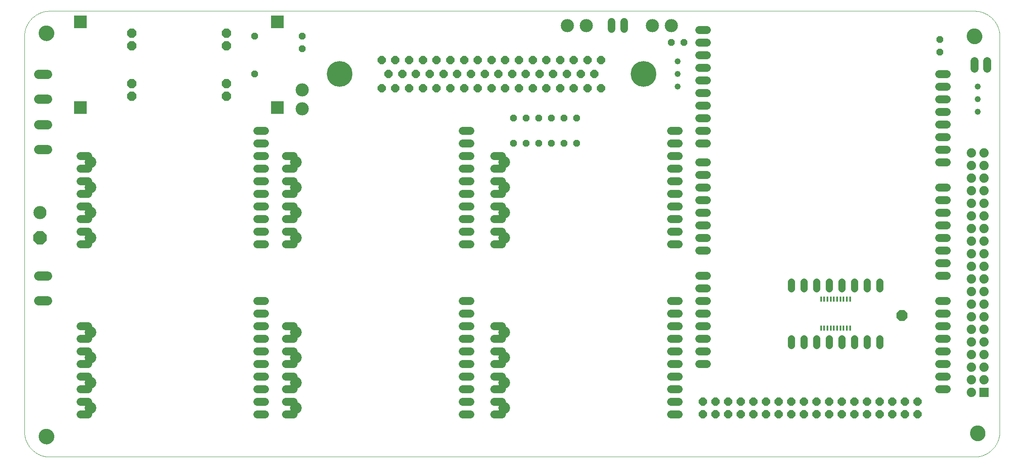
<source format=gbs>
G04 EAGLE Gerber RS-274X export*
G75*
%MOMM*%
%FSLAX34Y34*%
%LPD*%
%INBottom Soldermask*%
%IPPOS*%
%AMOC8*
5,1,8,0,0,1.08239X$1,22.5*%
G01*
%ADD10C,0.000000*%
%ADD11C,2.641600*%
%ADD12P,2.859241X8X292.500000*%
%ADD13P,1.539592X8X112.500000*%
%ADD14P,1.759533X8X202.500000*%
%ADD15C,5.181600*%
%ADD16C,1.892300*%
%ADD17C,1.625600*%
%ADD18P,1.759533X8X22.500000*%
%ADD19R,1.879600X1.879600*%
%ADD20C,1.879600*%
%ADD21R,0.406400X1.092200*%
%ADD22C,3.101600*%
%ADD23C,1.219200*%
%ADD24P,1.539592X8X292.500000*%
%ADD25C,1.422400*%
%ADD26C,2.654300*%
%ADD27P,2.034460X8X22.500000*%
%ADD28R,2.601600X2.601600*%
%ADD29C,2.351600*%
%ADD30P,1.539592X8X202.500000*%
%ADD31C,1.524000*%
%ADD32P,2.446851X8X22.500000*%


D10*
X51000Y760D02*
X1911350Y760D01*
X1912578Y775D01*
X1913804Y819D01*
X1915030Y893D01*
X1916253Y997D01*
X1917473Y1130D01*
X1918690Y1293D01*
X1919903Y1485D01*
X1921110Y1706D01*
X1922312Y1957D01*
X1923507Y2236D01*
X1924696Y2544D01*
X1925876Y2881D01*
X1927048Y3246D01*
X1928211Y3640D01*
X1929364Y4061D01*
X1930506Y4510D01*
X1931638Y4987D01*
X1932757Y5491D01*
X1933864Y6022D01*
X1934958Y6579D01*
X1936038Y7162D01*
X1937104Y7772D01*
X1938154Y8407D01*
X1939189Y9067D01*
X1940208Y9752D01*
X1941209Y10462D01*
X1942194Y11195D01*
X1943160Y11953D01*
X1944108Y12733D01*
X1945037Y13536D01*
X1945946Y14361D01*
X1946834Y15208D01*
X1947702Y16076D01*
X1948549Y16964D01*
X1949374Y17873D01*
X1950177Y18802D01*
X1950957Y19750D01*
X1951715Y20716D01*
X1952448Y21701D01*
X1953158Y22702D01*
X1953843Y23721D01*
X1954503Y24756D01*
X1955138Y25806D01*
X1955748Y26872D01*
X1956331Y27952D01*
X1956888Y29046D01*
X1957419Y30153D01*
X1957923Y31272D01*
X1958400Y32404D01*
X1958849Y33546D01*
X1959270Y34699D01*
X1959664Y35862D01*
X1960029Y37034D01*
X1960366Y38214D01*
X1960674Y39403D01*
X1960953Y40598D01*
X1961204Y41800D01*
X1961425Y43007D01*
X1961617Y44220D01*
X1961780Y45437D01*
X1961913Y46657D01*
X1962017Y47880D01*
X1962091Y49106D01*
X1962135Y50332D01*
X1962150Y51560D01*
X1962150Y848360D01*
X1962135Y849588D01*
X1962091Y850814D01*
X1962017Y852040D01*
X1961913Y853263D01*
X1961780Y854483D01*
X1961617Y855700D01*
X1961425Y856913D01*
X1961204Y858120D01*
X1960953Y859322D01*
X1960674Y860517D01*
X1960366Y861706D01*
X1960029Y862886D01*
X1959664Y864058D01*
X1959270Y865221D01*
X1958849Y866374D01*
X1958400Y867516D01*
X1957923Y868648D01*
X1957419Y869767D01*
X1956888Y870874D01*
X1956331Y871968D01*
X1955748Y873048D01*
X1955138Y874114D01*
X1954503Y875164D01*
X1953843Y876199D01*
X1953158Y877218D01*
X1952448Y878219D01*
X1951715Y879204D01*
X1950957Y880170D01*
X1950177Y881118D01*
X1949374Y882047D01*
X1948549Y882956D01*
X1947702Y883844D01*
X1946834Y884712D01*
X1945946Y885559D01*
X1945037Y886384D01*
X1944108Y887187D01*
X1943160Y887967D01*
X1942194Y888725D01*
X1941209Y889458D01*
X1940208Y890168D01*
X1939189Y890853D01*
X1938154Y891513D01*
X1937104Y892148D01*
X1936038Y892758D01*
X1934958Y893341D01*
X1933864Y893898D01*
X1932757Y894429D01*
X1931638Y894933D01*
X1930506Y895410D01*
X1929364Y895859D01*
X1928211Y896280D01*
X1927048Y896674D01*
X1925876Y897039D01*
X1924696Y897376D01*
X1923507Y897684D01*
X1922312Y897963D01*
X1921110Y898214D01*
X1919903Y898435D01*
X1918690Y898627D01*
X1917473Y898790D01*
X1916253Y898923D01*
X1915030Y899027D01*
X1913804Y899101D01*
X1912578Y899145D01*
X1911350Y899160D01*
X51000Y899160D01*
X49772Y899145D01*
X48546Y899101D01*
X47320Y899027D01*
X46097Y898923D01*
X44877Y898790D01*
X43660Y898627D01*
X42447Y898435D01*
X41240Y898214D01*
X40038Y897963D01*
X38843Y897684D01*
X37654Y897376D01*
X36474Y897039D01*
X35302Y896674D01*
X34139Y896280D01*
X32986Y895859D01*
X31844Y895410D01*
X30712Y894933D01*
X29593Y894429D01*
X28486Y893898D01*
X27392Y893341D01*
X26312Y892758D01*
X25246Y892148D01*
X24196Y891513D01*
X23161Y890853D01*
X22142Y890168D01*
X21141Y889458D01*
X20156Y888725D01*
X19190Y887967D01*
X18242Y887187D01*
X17313Y886384D01*
X16404Y885559D01*
X15516Y884712D01*
X14648Y883844D01*
X13801Y882956D01*
X12976Y882047D01*
X12173Y881118D01*
X11393Y880170D01*
X10635Y879204D01*
X9902Y878219D01*
X9192Y877218D01*
X8507Y876199D01*
X7847Y875164D01*
X7212Y874114D01*
X6602Y873048D01*
X6019Y871968D01*
X5462Y870874D01*
X4931Y869767D01*
X4427Y868648D01*
X3950Y867516D01*
X3501Y866374D01*
X3080Y865221D01*
X2686Y864058D01*
X2321Y862886D01*
X1984Y861706D01*
X1676Y860517D01*
X1397Y859322D01*
X1146Y858120D01*
X925Y856913D01*
X733Y855700D01*
X570Y854483D01*
X437Y853263D01*
X333Y852040D01*
X259Y850814D01*
X215Y849588D01*
X200Y848360D01*
X200Y51560D01*
X215Y50332D01*
X259Y49106D01*
X333Y47880D01*
X437Y46657D01*
X570Y45437D01*
X733Y44220D01*
X925Y43007D01*
X1146Y41800D01*
X1397Y40598D01*
X1676Y39403D01*
X1984Y38214D01*
X2321Y37034D01*
X2686Y35862D01*
X3080Y34699D01*
X3501Y33546D01*
X3950Y32404D01*
X4427Y31272D01*
X4931Y30153D01*
X5462Y29046D01*
X6019Y27952D01*
X6602Y26872D01*
X7212Y25806D01*
X7847Y24756D01*
X8507Y23721D01*
X9192Y22702D01*
X9902Y21701D01*
X10635Y20716D01*
X11393Y19750D01*
X12173Y18802D01*
X12976Y17873D01*
X13801Y16964D01*
X14648Y16076D01*
X15516Y15208D01*
X16404Y14361D01*
X17313Y13536D01*
X18242Y12733D01*
X19190Y11953D01*
X20156Y11195D01*
X21141Y10462D01*
X22142Y9752D01*
X23161Y9067D01*
X24196Y8407D01*
X25246Y7772D01*
X26312Y7162D01*
X27392Y6579D01*
X28486Y6022D01*
X29593Y5491D01*
X30712Y4987D01*
X31844Y4510D01*
X32986Y4061D01*
X34139Y3640D01*
X35302Y3246D01*
X36474Y2881D01*
X37654Y2544D01*
X38843Y2236D01*
X40038Y1957D01*
X41240Y1706D01*
X42447Y1485D01*
X43660Y1293D01*
X44877Y1130D01*
X46097Y997D01*
X47320Y893D01*
X48546Y819D01*
X49772Y775D01*
X51000Y760D01*
D11*
X31750Y492760D03*
D12*
X31750Y441960D03*
D13*
X984250Y632460D03*
X984250Y683260D03*
X1009650Y632460D03*
X1009650Y683260D03*
X1035050Y632460D03*
X1035050Y683260D03*
X1085850Y632460D03*
X1085850Y683260D03*
X1060450Y632460D03*
X1060450Y683260D03*
X1111250Y632460D03*
X1111250Y683260D03*
D14*
X1160526Y800608D03*
X1133094Y800608D03*
X1105408Y800608D03*
X1077722Y800608D03*
X1050290Y800608D03*
X1022604Y800608D03*
X994918Y800608D03*
X967486Y800608D03*
X939800Y800608D03*
X912114Y800608D03*
X884682Y800608D03*
X856996Y800608D03*
X1146810Y772160D03*
X1119124Y772160D03*
X1091692Y772160D03*
X1064006Y772160D03*
X1036320Y772160D03*
X1008888Y772160D03*
X981202Y772160D03*
X953516Y772160D03*
X926084Y772160D03*
X898398Y772160D03*
X870712Y772160D03*
X829310Y800608D03*
X801878Y800608D03*
X774192Y800608D03*
X746506Y800608D03*
X843280Y772160D03*
X815594Y772160D03*
X787908Y772160D03*
X760476Y772160D03*
X719074Y800608D03*
X732790Y772160D03*
X1160526Y743712D03*
X1133094Y743712D03*
X1105408Y743712D03*
X1077722Y743712D03*
X1050290Y743712D03*
X1022604Y743712D03*
X994918Y743712D03*
X967486Y743712D03*
X939800Y743712D03*
X912114Y743712D03*
X884682Y743712D03*
X856996Y743712D03*
X829310Y743712D03*
X801878Y743712D03*
X774192Y743712D03*
X746506Y743712D03*
X719074Y743712D03*
D15*
X634238Y772160D03*
X1245362Y772160D03*
D16*
X47054Y620160D02*
X29147Y620160D01*
X29147Y670160D02*
X47054Y670160D01*
D17*
X1840230Y721360D02*
X1855470Y721360D01*
X1855470Y695960D02*
X1840230Y695960D01*
X1840230Y670560D02*
X1855470Y670560D01*
X1855470Y645160D02*
X1840230Y645160D01*
X1840230Y619760D02*
X1855470Y619760D01*
X1855470Y594360D02*
X1840230Y594360D01*
X1840230Y543560D02*
X1855470Y543560D01*
X1855470Y518160D02*
X1840230Y518160D01*
X1840230Y492760D02*
X1855470Y492760D01*
X1855470Y467360D02*
X1840230Y467360D01*
X1840230Y441960D02*
X1855470Y441960D01*
X1855470Y416560D02*
X1840230Y416560D01*
X1840230Y391160D02*
X1855470Y391160D01*
X1855470Y365760D02*
X1840230Y365760D01*
X1840230Y314960D02*
X1855470Y314960D01*
X1855470Y289560D02*
X1840230Y289560D01*
X1840230Y264160D02*
X1855470Y264160D01*
X1855470Y238760D02*
X1840230Y238760D01*
X1840230Y213360D02*
X1855470Y213360D01*
X1855470Y187960D02*
X1840230Y187960D01*
X1840230Y162560D02*
X1855470Y162560D01*
X1855470Y137160D02*
X1840230Y137160D01*
X1372870Y187960D02*
X1357630Y187960D01*
X1357630Y213360D02*
X1372870Y213360D01*
X1372870Y238760D02*
X1357630Y238760D01*
X1357630Y264160D02*
X1372870Y264160D01*
X1372870Y289560D02*
X1357630Y289560D01*
X1357630Y314960D02*
X1372870Y314960D01*
X1372870Y340360D02*
X1357630Y340360D01*
X1357630Y365760D02*
X1372870Y365760D01*
X1372870Y416560D02*
X1357630Y416560D01*
X1357630Y441960D02*
X1372870Y441960D01*
X1372870Y467360D02*
X1357630Y467360D01*
X1357630Y492760D02*
X1372870Y492760D01*
X1372870Y518160D02*
X1357630Y518160D01*
X1357630Y543560D02*
X1372870Y543560D01*
X1372870Y568960D02*
X1357630Y568960D01*
X1357630Y594360D02*
X1372870Y594360D01*
X1372870Y632460D02*
X1357630Y632460D01*
X1357630Y657860D02*
X1372870Y657860D01*
X1372870Y683260D02*
X1357630Y683260D01*
X1357630Y708660D02*
X1372870Y708660D01*
X1372870Y734060D02*
X1357630Y734060D01*
X1357630Y759460D02*
X1372870Y759460D01*
X1372870Y784860D02*
X1357630Y784860D01*
X1357630Y810260D02*
X1372870Y810260D01*
D18*
X1365250Y111760D03*
X1365250Y86360D03*
X1390650Y111760D03*
X1390650Y86360D03*
X1416050Y111760D03*
X1416050Y86360D03*
X1441450Y111760D03*
X1441450Y86360D03*
X1466850Y111760D03*
X1466850Y86360D03*
X1492250Y111760D03*
X1492250Y86360D03*
X1517650Y111760D03*
X1517650Y86360D03*
X1543050Y111760D03*
X1543050Y86360D03*
X1568450Y111760D03*
X1568450Y86360D03*
X1593850Y111760D03*
X1593850Y86360D03*
X1619250Y111760D03*
X1619250Y86360D03*
X1644650Y111760D03*
X1644650Y86360D03*
X1670050Y111760D03*
X1670050Y86360D03*
X1695450Y111760D03*
X1695450Y86360D03*
X1720850Y111760D03*
X1720850Y86360D03*
X1746250Y111760D03*
X1746250Y86360D03*
X1771650Y111760D03*
X1771650Y86360D03*
X1797050Y111760D03*
X1797050Y86360D03*
D17*
X1372870Y835660D02*
X1357630Y835660D01*
X1357630Y861060D02*
X1372870Y861060D01*
X1840230Y772160D02*
X1855470Y772160D01*
X1855470Y746760D02*
X1840230Y746760D01*
D19*
X1930400Y130810D03*
D20*
X1905000Y130810D03*
X1930400Y156210D03*
X1905000Y156210D03*
X1930400Y181610D03*
X1905000Y181610D03*
X1930400Y207010D03*
X1905000Y207010D03*
X1930400Y232410D03*
X1905000Y232410D03*
X1930400Y257810D03*
X1905000Y257810D03*
X1930400Y283210D03*
X1905000Y283210D03*
X1930400Y308610D03*
X1905000Y308610D03*
X1930400Y334010D03*
X1905000Y334010D03*
X1930400Y359410D03*
X1905000Y359410D03*
X1930400Y384810D03*
X1905000Y384810D03*
X1930400Y410210D03*
X1905000Y410210D03*
X1930400Y435610D03*
X1905000Y435610D03*
X1930400Y461010D03*
X1905000Y461010D03*
X1930400Y486410D03*
X1905000Y486410D03*
X1930400Y511810D03*
X1905000Y511810D03*
X1930400Y537210D03*
X1905000Y537210D03*
X1930400Y562610D03*
X1905000Y562610D03*
X1930400Y588010D03*
X1905000Y588010D03*
X1930400Y613410D03*
X1905000Y613410D03*
D21*
X1602700Y318738D03*
X1609200Y318738D03*
X1615700Y318738D03*
X1622200Y318738D03*
X1628700Y318738D03*
X1635200Y318738D03*
X1641700Y318738D03*
X1648200Y318738D03*
X1648200Y260382D03*
X1641700Y260382D03*
X1635200Y260382D03*
X1628700Y260382D03*
X1622200Y260382D03*
X1615700Y260382D03*
X1609200Y260382D03*
X1602700Y260382D03*
X1654700Y318738D03*
X1661200Y318738D03*
X1654700Y260382D03*
X1661200Y260382D03*
D10*
X29450Y41910D02*
X29455Y42278D01*
X29468Y42646D01*
X29491Y43013D01*
X29522Y43380D01*
X29563Y43746D01*
X29612Y44111D01*
X29671Y44474D01*
X29738Y44836D01*
X29814Y45197D01*
X29900Y45555D01*
X29993Y45911D01*
X30096Y46264D01*
X30207Y46615D01*
X30327Y46963D01*
X30455Y47308D01*
X30592Y47650D01*
X30737Y47989D01*
X30890Y48323D01*
X31052Y48654D01*
X31221Y48981D01*
X31399Y49303D01*
X31584Y49622D01*
X31777Y49935D01*
X31978Y50244D01*
X32186Y50547D01*
X32402Y50845D01*
X32625Y51138D01*
X32855Y51426D01*
X33092Y51708D01*
X33336Y51983D01*
X33586Y52253D01*
X33843Y52517D01*
X34107Y52774D01*
X34377Y53024D01*
X34652Y53268D01*
X34934Y53505D01*
X35222Y53735D01*
X35515Y53958D01*
X35813Y54174D01*
X36116Y54382D01*
X36425Y54583D01*
X36738Y54776D01*
X37057Y54961D01*
X37379Y55139D01*
X37706Y55308D01*
X38037Y55470D01*
X38371Y55623D01*
X38710Y55768D01*
X39052Y55905D01*
X39397Y56033D01*
X39745Y56153D01*
X40096Y56264D01*
X40449Y56367D01*
X40805Y56460D01*
X41163Y56546D01*
X41524Y56622D01*
X41886Y56689D01*
X42249Y56748D01*
X42614Y56797D01*
X42980Y56838D01*
X43347Y56869D01*
X43714Y56892D01*
X44082Y56905D01*
X44450Y56910D01*
X44818Y56905D01*
X45186Y56892D01*
X45553Y56869D01*
X45920Y56838D01*
X46286Y56797D01*
X46651Y56748D01*
X47014Y56689D01*
X47376Y56622D01*
X47737Y56546D01*
X48095Y56460D01*
X48451Y56367D01*
X48804Y56264D01*
X49155Y56153D01*
X49503Y56033D01*
X49848Y55905D01*
X50190Y55768D01*
X50529Y55623D01*
X50863Y55470D01*
X51194Y55308D01*
X51521Y55139D01*
X51843Y54961D01*
X52162Y54776D01*
X52475Y54583D01*
X52784Y54382D01*
X53087Y54174D01*
X53385Y53958D01*
X53678Y53735D01*
X53966Y53505D01*
X54248Y53268D01*
X54523Y53024D01*
X54793Y52774D01*
X55057Y52517D01*
X55314Y52253D01*
X55564Y51983D01*
X55808Y51708D01*
X56045Y51426D01*
X56275Y51138D01*
X56498Y50845D01*
X56714Y50547D01*
X56922Y50244D01*
X57123Y49935D01*
X57316Y49622D01*
X57501Y49303D01*
X57679Y48981D01*
X57848Y48654D01*
X58010Y48323D01*
X58163Y47989D01*
X58308Y47650D01*
X58445Y47308D01*
X58573Y46963D01*
X58693Y46615D01*
X58804Y46264D01*
X58907Y45911D01*
X59000Y45555D01*
X59086Y45197D01*
X59162Y44836D01*
X59229Y44474D01*
X59288Y44111D01*
X59337Y43746D01*
X59378Y43380D01*
X59409Y43013D01*
X59432Y42646D01*
X59445Y42278D01*
X59450Y41910D01*
X59445Y41542D01*
X59432Y41174D01*
X59409Y40807D01*
X59378Y40440D01*
X59337Y40074D01*
X59288Y39709D01*
X59229Y39346D01*
X59162Y38984D01*
X59086Y38623D01*
X59000Y38265D01*
X58907Y37909D01*
X58804Y37556D01*
X58693Y37205D01*
X58573Y36857D01*
X58445Y36512D01*
X58308Y36170D01*
X58163Y35831D01*
X58010Y35497D01*
X57848Y35166D01*
X57679Y34839D01*
X57501Y34517D01*
X57316Y34198D01*
X57123Y33885D01*
X56922Y33576D01*
X56714Y33273D01*
X56498Y32975D01*
X56275Y32682D01*
X56045Y32394D01*
X55808Y32112D01*
X55564Y31837D01*
X55314Y31567D01*
X55057Y31303D01*
X54793Y31046D01*
X54523Y30796D01*
X54248Y30552D01*
X53966Y30315D01*
X53678Y30085D01*
X53385Y29862D01*
X53087Y29646D01*
X52784Y29438D01*
X52475Y29237D01*
X52162Y29044D01*
X51843Y28859D01*
X51521Y28681D01*
X51194Y28512D01*
X50863Y28350D01*
X50529Y28197D01*
X50190Y28052D01*
X49848Y27915D01*
X49503Y27787D01*
X49155Y27667D01*
X48804Y27556D01*
X48451Y27453D01*
X48095Y27360D01*
X47737Y27274D01*
X47376Y27198D01*
X47014Y27131D01*
X46651Y27072D01*
X46286Y27023D01*
X45920Y26982D01*
X45553Y26951D01*
X45186Y26928D01*
X44818Y26915D01*
X44450Y26910D01*
X44082Y26915D01*
X43714Y26928D01*
X43347Y26951D01*
X42980Y26982D01*
X42614Y27023D01*
X42249Y27072D01*
X41886Y27131D01*
X41524Y27198D01*
X41163Y27274D01*
X40805Y27360D01*
X40449Y27453D01*
X40096Y27556D01*
X39745Y27667D01*
X39397Y27787D01*
X39052Y27915D01*
X38710Y28052D01*
X38371Y28197D01*
X38037Y28350D01*
X37706Y28512D01*
X37379Y28681D01*
X37057Y28859D01*
X36738Y29044D01*
X36425Y29237D01*
X36116Y29438D01*
X35813Y29646D01*
X35515Y29862D01*
X35222Y30085D01*
X34934Y30315D01*
X34652Y30552D01*
X34377Y30796D01*
X34107Y31046D01*
X33843Y31303D01*
X33586Y31567D01*
X33336Y31837D01*
X33092Y32112D01*
X32855Y32394D01*
X32625Y32682D01*
X32402Y32975D01*
X32186Y33273D01*
X31978Y33576D01*
X31777Y33885D01*
X31584Y34198D01*
X31399Y34517D01*
X31221Y34839D01*
X31052Y35166D01*
X30890Y35497D01*
X30737Y35831D01*
X30592Y36170D01*
X30455Y36512D01*
X30327Y36857D01*
X30207Y37205D01*
X30096Y37556D01*
X29993Y37909D01*
X29900Y38265D01*
X29814Y38623D01*
X29738Y38984D01*
X29671Y39346D01*
X29612Y39709D01*
X29563Y40074D01*
X29522Y40440D01*
X29491Y40807D01*
X29468Y41174D01*
X29455Y41542D01*
X29450Y41910D01*
D22*
X44450Y41910D03*
D10*
X29450Y854710D02*
X29455Y855078D01*
X29468Y855446D01*
X29491Y855813D01*
X29522Y856180D01*
X29563Y856546D01*
X29612Y856911D01*
X29671Y857274D01*
X29738Y857636D01*
X29814Y857997D01*
X29900Y858355D01*
X29993Y858711D01*
X30096Y859064D01*
X30207Y859415D01*
X30327Y859763D01*
X30455Y860108D01*
X30592Y860450D01*
X30737Y860789D01*
X30890Y861123D01*
X31052Y861454D01*
X31221Y861781D01*
X31399Y862103D01*
X31584Y862422D01*
X31777Y862735D01*
X31978Y863044D01*
X32186Y863347D01*
X32402Y863645D01*
X32625Y863938D01*
X32855Y864226D01*
X33092Y864508D01*
X33336Y864783D01*
X33586Y865053D01*
X33843Y865317D01*
X34107Y865574D01*
X34377Y865824D01*
X34652Y866068D01*
X34934Y866305D01*
X35222Y866535D01*
X35515Y866758D01*
X35813Y866974D01*
X36116Y867182D01*
X36425Y867383D01*
X36738Y867576D01*
X37057Y867761D01*
X37379Y867939D01*
X37706Y868108D01*
X38037Y868270D01*
X38371Y868423D01*
X38710Y868568D01*
X39052Y868705D01*
X39397Y868833D01*
X39745Y868953D01*
X40096Y869064D01*
X40449Y869167D01*
X40805Y869260D01*
X41163Y869346D01*
X41524Y869422D01*
X41886Y869489D01*
X42249Y869548D01*
X42614Y869597D01*
X42980Y869638D01*
X43347Y869669D01*
X43714Y869692D01*
X44082Y869705D01*
X44450Y869710D01*
X44818Y869705D01*
X45186Y869692D01*
X45553Y869669D01*
X45920Y869638D01*
X46286Y869597D01*
X46651Y869548D01*
X47014Y869489D01*
X47376Y869422D01*
X47737Y869346D01*
X48095Y869260D01*
X48451Y869167D01*
X48804Y869064D01*
X49155Y868953D01*
X49503Y868833D01*
X49848Y868705D01*
X50190Y868568D01*
X50529Y868423D01*
X50863Y868270D01*
X51194Y868108D01*
X51521Y867939D01*
X51843Y867761D01*
X52162Y867576D01*
X52475Y867383D01*
X52784Y867182D01*
X53087Y866974D01*
X53385Y866758D01*
X53678Y866535D01*
X53966Y866305D01*
X54248Y866068D01*
X54523Y865824D01*
X54793Y865574D01*
X55057Y865317D01*
X55314Y865053D01*
X55564Y864783D01*
X55808Y864508D01*
X56045Y864226D01*
X56275Y863938D01*
X56498Y863645D01*
X56714Y863347D01*
X56922Y863044D01*
X57123Y862735D01*
X57316Y862422D01*
X57501Y862103D01*
X57679Y861781D01*
X57848Y861454D01*
X58010Y861123D01*
X58163Y860789D01*
X58308Y860450D01*
X58445Y860108D01*
X58573Y859763D01*
X58693Y859415D01*
X58804Y859064D01*
X58907Y858711D01*
X59000Y858355D01*
X59086Y857997D01*
X59162Y857636D01*
X59229Y857274D01*
X59288Y856911D01*
X59337Y856546D01*
X59378Y856180D01*
X59409Y855813D01*
X59432Y855446D01*
X59445Y855078D01*
X59450Y854710D01*
X59445Y854342D01*
X59432Y853974D01*
X59409Y853607D01*
X59378Y853240D01*
X59337Y852874D01*
X59288Y852509D01*
X59229Y852146D01*
X59162Y851784D01*
X59086Y851423D01*
X59000Y851065D01*
X58907Y850709D01*
X58804Y850356D01*
X58693Y850005D01*
X58573Y849657D01*
X58445Y849312D01*
X58308Y848970D01*
X58163Y848631D01*
X58010Y848297D01*
X57848Y847966D01*
X57679Y847639D01*
X57501Y847317D01*
X57316Y846998D01*
X57123Y846685D01*
X56922Y846376D01*
X56714Y846073D01*
X56498Y845775D01*
X56275Y845482D01*
X56045Y845194D01*
X55808Y844912D01*
X55564Y844637D01*
X55314Y844367D01*
X55057Y844103D01*
X54793Y843846D01*
X54523Y843596D01*
X54248Y843352D01*
X53966Y843115D01*
X53678Y842885D01*
X53385Y842662D01*
X53087Y842446D01*
X52784Y842238D01*
X52475Y842037D01*
X52162Y841844D01*
X51843Y841659D01*
X51521Y841481D01*
X51194Y841312D01*
X50863Y841150D01*
X50529Y840997D01*
X50190Y840852D01*
X49848Y840715D01*
X49503Y840587D01*
X49155Y840467D01*
X48804Y840356D01*
X48451Y840253D01*
X48095Y840160D01*
X47737Y840074D01*
X47376Y839998D01*
X47014Y839931D01*
X46651Y839872D01*
X46286Y839823D01*
X45920Y839782D01*
X45553Y839751D01*
X45186Y839728D01*
X44818Y839715D01*
X44450Y839710D01*
X44082Y839715D01*
X43714Y839728D01*
X43347Y839751D01*
X42980Y839782D01*
X42614Y839823D01*
X42249Y839872D01*
X41886Y839931D01*
X41524Y839998D01*
X41163Y840074D01*
X40805Y840160D01*
X40449Y840253D01*
X40096Y840356D01*
X39745Y840467D01*
X39397Y840587D01*
X39052Y840715D01*
X38710Y840852D01*
X38371Y840997D01*
X38037Y841150D01*
X37706Y841312D01*
X37379Y841481D01*
X37057Y841659D01*
X36738Y841844D01*
X36425Y842037D01*
X36116Y842238D01*
X35813Y842446D01*
X35515Y842662D01*
X35222Y842885D01*
X34934Y843115D01*
X34652Y843352D01*
X34377Y843596D01*
X34107Y843846D01*
X33843Y844103D01*
X33586Y844367D01*
X33336Y844637D01*
X33092Y844912D01*
X32855Y845194D01*
X32625Y845482D01*
X32402Y845775D01*
X32186Y846073D01*
X31978Y846376D01*
X31777Y846685D01*
X31584Y846998D01*
X31399Y847317D01*
X31221Y847639D01*
X31052Y847966D01*
X30890Y848297D01*
X30737Y848631D01*
X30592Y848970D01*
X30455Y849312D01*
X30327Y849657D01*
X30207Y850005D01*
X30096Y850356D01*
X29993Y850709D01*
X29900Y851065D01*
X29814Y851423D01*
X29738Y851784D01*
X29671Y852146D01*
X29612Y852509D01*
X29563Y852874D01*
X29522Y853240D01*
X29491Y853607D01*
X29468Y853974D01*
X29455Y854342D01*
X29450Y854710D01*
D22*
X44450Y854710D03*
D10*
X1896350Y848360D02*
X1896355Y848728D01*
X1896368Y849096D01*
X1896391Y849463D01*
X1896422Y849830D01*
X1896463Y850196D01*
X1896512Y850561D01*
X1896571Y850924D01*
X1896638Y851286D01*
X1896714Y851647D01*
X1896800Y852005D01*
X1896893Y852361D01*
X1896996Y852714D01*
X1897107Y853065D01*
X1897227Y853413D01*
X1897355Y853758D01*
X1897492Y854100D01*
X1897637Y854439D01*
X1897790Y854773D01*
X1897952Y855104D01*
X1898121Y855431D01*
X1898299Y855753D01*
X1898484Y856072D01*
X1898677Y856385D01*
X1898878Y856694D01*
X1899086Y856997D01*
X1899302Y857295D01*
X1899525Y857588D01*
X1899755Y857876D01*
X1899992Y858158D01*
X1900236Y858433D01*
X1900486Y858703D01*
X1900743Y858967D01*
X1901007Y859224D01*
X1901277Y859474D01*
X1901552Y859718D01*
X1901834Y859955D01*
X1902122Y860185D01*
X1902415Y860408D01*
X1902713Y860624D01*
X1903016Y860832D01*
X1903325Y861033D01*
X1903638Y861226D01*
X1903957Y861411D01*
X1904279Y861589D01*
X1904606Y861758D01*
X1904937Y861920D01*
X1905271Y862073D01*
X1905610Y862218D01*
X1905952Y862355D01*
X1906297Y862483D01*
X1906645Y862603D01*
X1906996Y862714D01*
X1907349Y862817D01*
X1907705Y862910D01*
X1908063Y862996D01*
X1908424Y863072D01*
X1908786Y863139D01*
X1909149Y863198D01*
X1909514Y863247D01*
X1909880Y863288D01*
X1910247Y863319D01*
X1910614Y863342D01*
X1910982Y863355D01*
X1911350Y863360D01*
X1911718Y863355D01*
X1912086Y863342D01*
X1912453Y863319D01*
X1912820Y863288D01*
X1913186Y863247D01*
X1913551Y863198D01*
X1913914Y863139D01*
X1914276Y863072D01*
X1914637Y862996D01*
X1914995Y862910D01*
X1915351Y862817D01*
X1915704Y862714D01*
X1916055Y862603D01*
X1916403Y862483D01*
X1916748Y862355D01*
X1917090Y862218D01*
X1917429Y862073D01*
X1917763Y861920D01*
X1918094Y861758D01*
X1918421Y861589D01*
X1918743Y861411D01*
X1919062Y861226D01*
X1919375Y861033D01*
X1919684Y860832D01*
X1919987Y860624D01*
X1920285Y860408D01*
X1920578Y860185D01*
X1920866Y859955D01*
X1921148Y859718D01*
X1921423Y859474D01*
X1921693Y859224D01*
X1921957Y858967D01*
X1922214Y858703D01*
X1922464Y858433D01*
X1922708Y858158D01*
X1922945Y857876D01*
X1923175Y857588D01*
X1923398Y857295D01*
X1923614Y856997D01*
X1923822Y856694D01*
X1924023Y856385D01*
X1924216Y856072D01*
X1924401Y855753D01*
X1924579Y855431D01*
X1924748Y855104D01*
X1924910Y854773D01*
X1925063Y854439D01*
X1925208Y854100D01*
X1925345Y853758D01*
X1925473Y853413D01*
X1925593Y853065D01*
X1925704Y852714D01*
X1925807Y852361D01*
X1925900Y852005D01*
X1925986Y851647D01*
X1926062Y851286D01*
X1926129Y850924D01*
X1926188Y850561D01*
X1926237Y850196D01*
X1926278Y849830D01*
X1926309Y849463D01*
X1926332Y849096D01*
X1926345Y848728D01*
X1926350Y848360D01*
X1926345Y847992D01*
X1926332Y847624D01*
X1926309Y847257D01*
X1926278Y846890D01*
X1926237Y846524D01*
X1926188Y846159D01*
X1926129Y845796D01*
X1926062Y845434D01*
X1925986Y845073D01*
X1925900Y844715D01*
X1925807Y844359D01*
X1925704Y844006D01*
X1925593Y843655D01*
X1925473Y843307D01*
X1925345Y842962D01*
X1925208Y842620D01*
X1925063Y842281D01*
X1924910Y841947D01*
X1924748Y841616D01*
X1924579Y841289D01*
X1924401Y840967D01*
X1924216Y840648D01*
X1924023Y840335D01*
X1923822Y840026D01*
X1923614Y839723D01*
X1923398Y839425D01*
X1923175Y839132D01*
X1922945Y838844D01*
X1922708Y838562D01*
X1922464Y838287D01*
X1922214Y838017D01*
X1921957Y837753D01*
X1921693Y837496D01*
X1921423Y837246D01*
X1921148Y837002D01*
X1920866Y836765D01*
X1920578Y836535D01*
X1920285Y836312D01*
X1919987Y836096D01*
X1919684Y835888D01*
X1919375Y835687D01*
X1919062Y835494D01*
X1918743Y835309D01*
X1918421Y835131D01*
X1918094Y834962D01*
X1917763Y834800D01*
X1917429Y834647D01*
X1917090Y834502D01*
X1916748Y834365D01*
X1916403Y834237D01*
X1916055Y834117D01*
X1915704Y834006D01*
X1915351Y833903D01*
X1914995Y833810D01*
X1914637Y833724D01*
X1914276Y833648D01*
X1913914Y833581D01*
X1913551Y833522D01*
X1913186Y833473D01*
X1912820Y833432D01*
X1912453Y833401D01*
X1912086Y833378D01*
X1911718Y833365D01*
X1911350Y833360D01*
X1910982Y833365D01*
X1910614Y833378D01*
X1910247Y833401D01*
X1909880Y833432D01*
X1909514Y833473D01*
X1909149Y833522D01*
X1908786Y833581D01*
X1908424Y833648D01*
X1908063Y833724D01*
X1907705Y833810D01*
X1907349Y833903D01*
X1906996Y834006D01*
X1906645Y834117D01*
X1906297Y834237D01*
X1905952Y834365D01*
X1905610Y834502D01*
X1905271Y834647D01*
X1904937Y834800D01*
X1904606Y834962D01*
X1904279Y835131D01*
X1903957Y835309D01*
X1903638Y835494D01*
X1903325Y835687D01*
X1903016Y835888D01*
X1902713Y836096D01*
X1902415Y836312D01*
X1902122Y836535D01*
X1901834Y836765D01*
X1901552Y837002D01*
X1901277Y837246D01*
X1901007Y837496D01*
X1900743Y837753D01*
X1900486Y838017D01*
X1900236Y838287D01*
X1899992Y838562D01*
X1899755Y838844D01*
X1899525Y839132D01*
X1899302Y839425D01*
X1899086Y839723D01*
X1898878Y840026D01*
X1898677Y840335D01*
X1898484Y840648D01*
X1898299Y840967D01*
X1898121Y841289D01*
X1897952Y841616D01*
X1897790Y841947D01*
X1897637Y842281D01*
X1897492Y842620D01*
X1897355Y842962D01*
X1897227Y843307D01*
X1897107Y843655D01*
X1896996Y844006D01*
X1896893Y844359D01*
X1896800Y844715D01*
X1896714Y845073D01*
X1896638Y845434D01*
X1896571Y845796D01*
X1896512Y846159D01*
X1896463Y846524D01*
X1896422Y846890D01*
X1896391Y847257D01*
X1896368Y847624D01*
X1896355Y847992D01*
X1896350Y848360D01*
D22*
X1911350Y848360D03*
D23*
X1917700Y746760D03*
X1917700Y721360D03*
X1917700Y695960D03*
D24*
X1841500Y842010D03*
X1841500Y816610D03*
D17*
X1911350Y798830D02*
X1911350Y783590D01*
X1936750Y783590D02*
X1936750Y798830D01*
D10*
X1902700Y48260D02*
X1902705Y48628D01*
X1902718Y48996D01*
X1902741Y49363D01*
X1902772Y49730D01*
X1902813Y50096D01*
X1902862Y50461D01*
X1902921Y50824D01*
X1902988Y51186D01*
X1903064Y51547D01*
X1903150Y51905D01*
X1903243Y52261D01*
X1903346Y52614D01*
X1903457Y52965D01*
X1903577Y53313D01*
X1903705Y53658D01*
X1903842Y54000D01*
X1903987Y54339D01*
X1904140Y54673D01*
X1904302Y55004D01*
X1904471Y55331D01*
X1904649Y55653D01*
X1904834Y55972D01*
X1905027Y56285D01*
X1905228Y56594D01*
X1905436Y56897D01*
X1905652Y57195D01*
X1905875Y57488D01*
X1906105Y57776D01*
X1906342Y58058D01*
X1906586Y58333D01*
X1906836Y58603D01*
X1907093Y58867D01*
X1907357Y59124D01*
X1907627Y59374D01*
X1907902Y59618D01*
X1908184Y59855D01*
X1908472Y60085D01*
X1908765Y60308D01*
X1909063Y60524D01*
X1909366Y60732D01*
X1909675Y60933D01*
X1909988Y61126D01*
X1910307Y61311D01*
X1910629Y61489D01*
X1910956Y61658D01*
X1911287Y61820D01*
X1911621Y61973D01*
X1911960Y62118D01*
X1912302Y62255D01*
X1912647Y62383D01*
X1912995Y62503D01*
X1913346Y62614D01*
X1913699Y62717D01*
X1914055Y62810D01*
X1914413Y62896D01*
X1914774Y62972D01*
X1915136Y63039D01*
X1915499Y63098D01*
X1915864Y63147D01*
X1916230Y63188D01*
X1916597Y63219D01*
X1916964Y63242D01*
X1917332Y63255D01*
X1917700Y63260D01*
X1918068Y63255D01*
X1918436Y63242D01*
X1918803Y63219D01*
X1919170Y63188D01*
X1919536Y63147D01*
X1919901Y63098D01*
X1920264Y63039D01*
X1920626Y62972D01*
X1920987Y62896D01*
X1921345Y62810D01*
X1921701Y62717D01*
X1922054Y62614D01*
X1922405Y62503D01*
X1922753Y62383D01*
X1923098Y62255D01*
X1923440Y62118D01*
X1923779Y61973D01*
X1924113Y61820D01*
X1924444Y61658D01*
X1924771Y61489D01*
X1925093Y61311D01*
X1925412Y61126D01*
X1925725Y60933D01*
X1926034Y60732D01*
X1926337Y60524D01*
X1926635Y60308D01*
X1926928Y60085D01*
X1927216Y59855D01*
X1927498Y59618D01*
X1927773Y59374D01*
X1928043Y59124D01*
X1928307Y58867D01*
X1928564Y58603D01*
X1928814Y58333D01*
X1929058Y58058D01*
X1929295Y57776D01*
X1929525Y57488D01*
X1929748Y57195D01*
X1929964Y56897D01*
X1930172Y56594D01*
X1930373Y56285D01*
X1930566Y55972D01*
X1930751Y55653D01*
X1930929Y55331D01*
X1931098Y55004D01*
X1931260Y54673D01*
X1931413Y54339D01*
X1931558Y54000D01*
X1931695Y53658D01*
X1931823Y53313D01*
X1931943Y52965D01*
X1932054Y52614D01*
X1932157Y52261D01*
X1932250Y51905D01*
X1932336Y51547D01*
X1932412Y51186D01*
X1932479Y50824D01*
X1932538Y50461D01*
X1932587Y50096D01*
X1932628Y49730D01*
X1932659Y49363D01*
X1932682Y48996D01*
X1932695Y48628D01*
X1932700Y48260D01*
X1932695Y47892D01*
X1932682Y47524D01*
X1932659Y47157D01*
X1932628Y46790D01*
X1932587Y46424D01*
X1932538Y46059D01*
X1932479Y45696D01*
X1932412Y45334D01*
X1932336Y44973D01*
X1932250Y44615D01*
X1932157Y44259D01*
X1932054Y43906D01*
X1931943Y43555D01*
X1931823Y43207D01*
X1931695Y42862D01*
X1931558Y42520D01*
X1931413Y42181D01*
X1931260Y41847D01*
X1931098Y41516D01*
X1930929Y41189D01*
X1930751Y40867D01*
X1930566Y40548D01*
X1930373Y40235D01*
X1930172Y39926D01*
X1929964Y39623D01*
X1929748Y39325D01*
X1929525Y39032D01*
X1929295Y38744D01*
X1929058Y38462D01*
X1928814Y38187D01*
X1928564Y37917D01*
X1928307Y37653D01*
X1928043Y37396D01*
X1927773Y37146D01*
X1927498Y36902D01*
X1927216Y36665D01*
X1926928Y36435D01*
X1926635Y36212D01*
X1926337Y35996D01*
X1926034Y35788D01*
X1925725Y35587D01*
X1925412Y35394D01*
X1925093Y35209D01*
X1924771Y35031D01*
X1924444Y34862D01*
X1924113Y34700D01*
X1923779Y34547D01*
X1923440Y34402D01*
X1923098Y34265D01*
X1922753Y34137D01*
X1922405Y34017D01*
X1922054Y33906D01*
X1921701Y33803D01*
X1921345Y33710D01*
X1920987Y33624D01*
X1920626Y33548D01*
X1920264Y33481D01*
X1919901Y33422D01*
X1919536Y33373D01*
X1919170Y33332D01*
X1918803Y33301D01*
X1918436Y33278D01*
X1918068Y33265D01*
X1917700Y33260D01*
X1917332Y33265D01*
X1916964Y33278D01*
X1916597Y33301D01*
X1916230Y33332D01*
X1915864Y33373D01*
X1915499Y33422D01*
X1915136Y33481D01*
X1914774Y33548D01*
X1914413Y33624D01*
X1914055Y33710D01*
X1913699Y33803D01*
X1913346Y33906D01*
X1912995Y34017D01*
X1912647Y34137D01*
X1912302Y34265D01*
X1911960Y34402D01*
X1911621Y34547D01*
X1911287Y34700D01*
X1910956Y34862D01*
X1910629Y35031D01*
X1910307Y35209D01*
X1909988Y35394D01*
X1909675Y35587D01*
X1909366Y35788D01*
X1909063Y35996D01*
X1908765Y36212D01*
X1908472Y36435D01*
X1908184Y36665D01*
X1907902Y36902D01*
X1907627Y37146D01*
X1907357Y37396D01*
X1907093Y37653D01*
X1906836Y37917D01*
X1906586Y38187D01*
X1906342Y38462D01*
X1906105Y38744D01*
X1905875Y39032D01*
X1905652Y39325D01*
X1905436Y39623D01*
X1905228Y39926D01*
X1905027Y40235D01*
X1904834Y40548D01*
X1904649Y40867D01*
X1904471Y41189D01*
X1904302Y41516D01*
X1904140Y41847D01*
X1903987Y42181D01*
X1903842Y42520D01*
X1903705Y42862D01*
X1903577Y43207D01*
X1903457Y43555D01*
X1903346Y43906D01*
X1903243Y44259D01*
X1903150Y44615D01*
X1903064Y44973D01*
X1902988Y45334D01*
X1902921Y45696D01*
X1902862Y46059D01*
X1902813Y46424D01*
X1902772Y46790D01*
X1902741Y47157D01*
X1902718Y47524D01*
X1902705Y47892D01*
X1902700Y48260D01*
D22*
X1917700Y48260D03*
D25*
X1543050Y340106D02*
X1543050Y353314D01*
X1568450Y353314D02*
X1568450Y340106D01*
X1593850Y340106D02*
X1593850Y353314D01*
X1619250Y353314D02*
X1619250Y340106D01*
X1644650Y340106D02*
X1644650Y353314D01*
X1670050Y353314D02*
X1670050Y340106D01*
X1695450Y340106D02*
X1695450Y353314D01*
X1720850Y353314D02*
X1720850Y340106D01*
D16*
X47054Y721760D02*
X29147Y721760D01*
X29147Y771760D02*
X47054Y771760D01*
D26*
X558800Y740410D03*
X558800Y702310D03*
D27*
X215900Y727710D03*
X215900Y753110D03*
X215900Y854710D03*
X215900Y829310D03*
X406400Y727710D03*
X406400Y753110D03*
X406400Y854710D03*
X406400Y829310D03*
D28*
X113030Y877570D03*
X113030Y704850D03*
X509270Y704850D03*
X509270Y877570D03*
D17*
X944880Y429260D02*
X960120Y429260D01*
X960120Y454660D02*
X944880Y454660D01*
X944880Y480060D02*
X960120Y480060D01*
X960120Y505460D02*
X944880Y505460D01*
X944880Y530860D02*
X960120Y530860D01*
X960120Y556260D02*
X944880Y556260D01*
X944880Y581660D02*
X960120Y581660D01*
X960120Y607060D02*
X944880Y607060D01*
X1300480Y429260D02*
X1315720Y429260D01*
X1315720Y454660D02*
X1300480Y454660D01*
X1300480Y480060D02*
X1315720Y480060D01*
X1315720Y505460D02*
X1300480Y505460D01*
X1300480Y530860D02*
X1315720Y530860D01*
X1315720Y556260D02*
X1300480Y556260D01*
X1300480Y581660D02*
X1315720Y581660D01*
X1315720Y607060D02*
X1300480Y607060D01*
X1300480Y632460D02*
X1315720Y632460D01*
X1315720Y657860D02*
X1300480Y657860D01*
D29*
X965200Y594360D03*
X965200Y543560D03*
X965200Y492760D03*
X965200Y441960D03*
D13*
X558800Y822960D03*
X558800Y848360D03*
D24*
X463550Y848360D03*
X463550Y772160D03*
D23*
X1314450Y746760D03*
X1314450Y772160D03*
X1314450Y797560D03*
D30*
X1327150Y835660D03*
X1301750Y835660D03*
D17*
X960120Y86360D02*
X944880Y86360D01*
X944880Y111760D02*
X960120Y111760D01*
X960120Y137160D02*
X944880Y137160D01*
X944880Y162560D02*
X960120Y162560D01*
X960120Y187960D02*
X944880Y187960D01*
X944880Y213360D02*
X960120Y213360D01*
X960120Y238760D02*
X944880Y238760D01*
X944880Y264160D02*
X960120Y264160D01*
X1300480Y86360D02*
X1315720Y86360D01*
X1315720Y111760D02*
X1300480Y111760D01*
X1300480Y137160D02*
X1315720Y137160D01*
X1315720Y162560D02*
X1300480Y162560D01*
X1300480Y187960D02*
X1315720Y187960D01*
X1315720Y213360D02*
X1300480Y213360D01*
X1300480Y238760D02*
X1315720Y238760D01*
X1315720Y264160D02*
X1300480Y264160D01*
X1300480Y289560D02*
X1315720Y289560D01*
X1315720Y314960D02*
X1300480Y314960D01*
D29*
X965200Y251460D03*
X965200Y200660D03*
X965200Y149860D03*
X965200Y99060D03*
D17*
X541020Y429260D02*
X525780Y429260D01*
X525780Y454660D02*
X541020Y454660D01*
X541020Y480060D02*
X525780Y480060D01*
X525780Y505460D02*
X541020Y505460D01*
X541020Y530860D02*
X525780Y530860D01*
X525780Y556260D02*
X541020Y556260D01*
X541020Y581660D02*
X525780Y581660D01*
X525780Y607060D02*
X541020Y607060D01*
X881380Y429260D02*
X896620Y429260D01*
X896620Y454660D02*
X881380Y454660D01*
X881380Y480060D02*
X896620Y480060D01*
X896620Y505460D02*
X881380Y505460D01*
X881380Y530860D02*
X896620Y530860D01*
X896620Y556260D02*
X881380Y556260D01*
X881380Y581660D02*
X896620Y581660D01*
X896620Y607060D02*
X881380Y607060D01*
X881380Y632460D02*
X896620Y632460D01*
X896620Y657860D02*
X881380Y657860D01*
D29*
X546100Y594360D03*
X546100Y543560D03*
X546100Y492760D03*
X546100Y441960D03*
D17*
X541020Y86360D02*
X525780Y86360D01*
X525780Y111760D02*
X541020Y111760D01*
X541020Y137160D02*
X525780Y137160D01*
X525780Y162560D02*
X541020Y162560D01*
X541020Y187960D02*
X525780Y187960D01*
X525780Y213360D02*
X541020Y213360D01*
X541020Y238760D02*
X525780Y238760D01*
X525780Y264160D02*
X541020Y264160D01*
X881380Y86360D02*
X896620Y86360D01*
X896620Y111760D02*
X881380Y111760D01*
X881380Y137160D02*
X896620Y137160D01*
X896620Y162560D02*
X881380Y162560D01*
X881380Y187960D02*
X896620Y187960D01*
X896620Y213360D02*
X881380Y213360D01*
X881380Y238760D02*
X896620Y238760D01*
X896620Y264160D02*
X881380Y264160D01*
X881380Y289560D02*
X896620Y289560D01*
X896620Y314960D02*
X881380Y314960D01*
D29*
X546100Y251460D03*
X546100Y200660D03*
X546100Y149860D03*
X546100Y99060D03*
D17*
X128270Y429260D02*
X113030Y429260D01*
X113030Y454660D02*
X128270Y454660D01*
X128270Y480060D02*
X113030Y480060D01*
X113030Y505460D02*
X128270Y505460D01*
X128270Y530860D02*
X113030Y530860D01*
X113030Y556260D02*
X128270Y556260D01*
X128270Y581660D02*
X113030Y581660D01*
X113030Y607060D02*
X128270Y607060D01*
X468630Y429260D02*
X483870Y429260D01*
X483870Y454660D02*
X468630Y454660D01*
X468630Y480060D02*
X483870Y480060D01*
X483870Y505460D02*
X468630Y505460D01*
X468630Y530860D02*
X483870Y530860D01*
X483870Y556260D02*
X468630Y556260D01*
X468630Y581660D02*
X483870Y581660D01*
X483870Y607060D02*
X468630Y607060D01*
X468630Y632460D02*
X483870Y632460D01*
X483870Y657860D02*
X468630Y657860D01*
D29*
X133350Y594360D03*
X133350Y543560D03*
X133350Y492760D03*
X133350Y441960D03*
D17*
X128270Y86360D02*
X113030Y86360D01*
X113030Y111760D02*
X128270Y111760D01*
X128270Y137160D02*
X113030Y137160D01*
X113030Y162560D02*
X128270Y162560D01*
X128270Y187960D02*
X113030Y187960D01*
X113030Y213360D02*
X128270Y213360D01*
X128270Y238760D02*
X113030Y238760D01*
X113030Y264160D02*
X128270Y264160D01*
X468630Y86360D02*
X483870Y86360D01*
X483870Y111760D02*
X468630Y111760D01*
X468630Y137160D02*
X483870Y137160D01*
X483870Y162560D02*
X468630Y162560D01*
X468630Y187960D02*
X483870Y187960D01*
X483870Y213360D02*
X468630Y213360D01*
X468630Y238760D02*
X483870Y238760D01*
X483870Y264160D02*
X468630Y264160D01*
X468630Y289560D02*
X483870Y289560D01*
X483870Y314960D02*
X468630Y314960D01*
D29*
X133350Y251460D03*
X133350Y200660D03*
X133350Y149860D03*
X133350Y99060D03*
D16*
X47054Y315360D02*
X29147Y315360D01*
X29147Y365360D02*
X47054Y365360D01*
D25*
X1720850Y239014D02*
X1720850Y225806D01*
X1695450Y225806D02*
X1695450Y239014D01*
X1670050Y239014D02*
X1670050Y225806D01*
X1644650Y225806D02*
X1644650Y239014D01*
X1619250Y239014D02*
X1619250Y225806D01*
X1593850Y225806D02*
X1593850Y239014D01*
X1568450Y239014D02*
X1568450Y225806D01*
X1543050Y225806D02*
X1543050Y239014D01*
D26*
X1301750Y869950D03*
X1263650Y869950D03*
X1130300Y869950D03*
X1092200Y869950D03*
D31*
X1206500Y862838D02*
X1206500Y877062D01*
X1181100Y877062D02*
X1181100Y862838D01*
D32*
X1765300Y285750D03*
M02*

</source>
